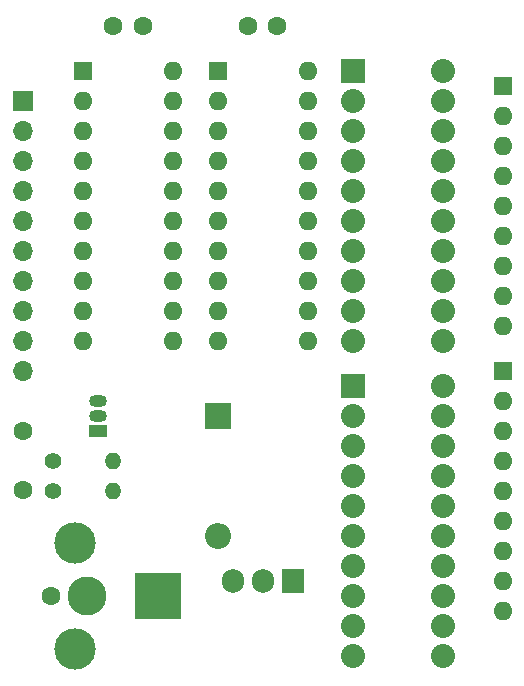
<source format=gbr>
G04 #@! TF.GenerationSoftware,KiCad,Pcbnew,(5.1.5-0-10_14)*
G04 #@! TF.CreationDate,2021-01-23T17:47:52+01:00*
G04 #@! TF.ProjectId,C64LED-latched,4336344c-4544-42d6-9c61-74636865642e,rev?*
G04 #@! TF.SameCoordinates,Original*
G04 #@! TF.FileFunction,Soldermask,Top*
G04 #@! TF.FilePolarity,Negative*
%FSLAX46Y46*%
G04 Gerber Fmt 4.6, Leading zero omitted, Abs format (unit mm)*
G04 Created by KiCad (PCBNEW (5.1.5-0-10_14)) date 2021-01-23 17:47:52*
%MOMM*%
%LPD*%
G04 APERTURE LIST*
%ADD10C,2.032000*%
%ADD11R,2.032000X2.032000*%
%ADD12O,1.600000X1.600000*%
%ADD13R,1.600000X1.600000*%
%ADD14O,1.700000X1.700000*%
%ADD15R,1.700000X1.700000*%
%ADD16O,2.200000X2.200000*%
%ADD17R,2.200000X2.200000*%
%ADD18C,1.600000*%
%ADD19C,3.500000*%
%ADD20C,3.300000*%
%ADD21R,4.000000X4.000000*%
%ADD22O,1.905000X2.000000*%
%ADD23R,1.905000X2.000000*%
%ADD24O,1.400000X1.400000*%
%ADD25C,1.400000*%
%ADD26R,1.500000X1.050000*%
%ADD27O,1.500000X1.050000*%
G04 APERTURE END LIST*
D10*
X104140000Y-43180000D03*
X104140000Y-45720000D03*
X104140000Y-48260000D03*
X104140000Y-50800000D03*
X96520000Y-63500000D03*
X96520000Y-66040000D03*
X104140000Y-66040000D03*
X104140000Y-63500000D03*
X96520000Y-60960000D03*
X96520000Y-58420000D03*
X96520000Y-55880000D03*
X96520000Y-53340000D03*
X104140000Y-53340000D03*
X104140000Y-55880000D03*
X104140000Y-58420000D03*
X104140000Y-60960000D03*
X96520000Y-50800000D03*
X96520000Y-48260000D03*
X96520000Y-45720000D03*
D11*
X96520000Y-43180000D03*
D12*
X81280000Y-43180000D03*
X73660000Y-66040000D03*
X81280000Y-45720000D03*
X73660000Y-63500000D03*
X81280000Y-48260000D03*
X73660000Y-60960000D03*
X81280000Y-50800000D03*
X73660000Y-58420000D03*
X81280000Y-53340000D03*
X73660000Y-55880000D03*
X81280000Y-55880000D03*
X73660000Y-53340000D03*
X81280000Y-58420000D03*
X73660000Y-50800000D03*
X81280000Y-60960000D03*
X73660000Y-48260000D03*
X81280000Y-63500000D03*
X73660000Y-45720000D03*
X81280000Y-66040000D03*
D13*
X73660000Y-43180000D03*
D12*
X92710000Y-43180000D03*
X85090000Y-66040000D03*
X92710000Y-45720000D03*
X85090000Y-63500000D03*
X92710000Y-48260000D03*
X85090000Y-60960000D03*
X92710000Y-50800000D03*
X85090000Y-58420000D03*
X92710000Y-53340000D03*
X85090000Y-55880000D03*
X92710000Y-55880000D03*
X85090000Y-53340000D03*
X92710000Y-58420000D03*
X85090000Y-50800000D03*
X92710000Y-60960000D03*
X85090000Y-48260000D03*
X92710000Y-63500000D03*
X85090000Y-45720000D03*
X92710000Y-66040000D03*
D13*
X85090000Y-43180000D03*
D14*
X68580000Y-68580000D03*
X68580000Y-66040000D03*
X68580000Y-63500000D03*
X68580000Y-60960000D03*
X68580000Y-58420000D03*
X68580000Y-55880000D03*
X68580000Y-53340000D03*
X68580000Y-50800000D03*
X68580000Y-48260000D03*
D15*
X68580000Y-45720000D03*
D16*
X85090000Y-82550000D03*
D17*
X85090000Y-72390000D03*
D12*
X109220000Y-64770000D03*
X109220000Y-62230000D03*
X109220000Y-59690000D03*
X109220000Y-57150000D03*
X109220000Y-54610000D03*
X109220000Y-52070000D03*
X109220000Y-49530000D03*
X109220000Y-46990000D03*
D13*
X109220000Y-44450000D03*
D18*
X71010000Y-87630000D03*
D19*
X73010000Y-92130000D03*
X73010000Y-83130000D03*
D20*
X74010000Y-87630000D03*
D21*
X80010000Y-87630000D03*
D22*
X86360000Y-86360000D03*
X88900000Y-86360000D03*
D23*
X91440000Y-86360000D03*
D12*
X109220000Y-88900000D03*
X109220000Y-86360000D03*
X109220000Y-83820000D03*
X109220000Y-81280000D03*
X109220000Y-78740000D03*
X109220000Y-76200000D03*
X109220000Y-73660000D03*
X109220000Y-71120000D03*
D13*
X109220000Y-68580000D03*
D24*
X76200000Y-76200000D03*
D25*
X71120000Y-76200000D03*
D24*
X76200000Y-78740000D03*
D25*
X71120000Y-78740000D03*
D26*
X74930000Y-73660000D03*
D27*
X74930000Y-71120000D03*
X74930000Y-72390000D03*
D18*
X76240000Y-39370000D03*
X78740000Y-39370000D03*
X87630000Y-39370000D03*
X90130000Y-39370000D03*
X68580000Y-73660000D03*
X68580000Y-78660000D03*
D10*
X104140000Y-69850000D03*
X104140000Y-72390000D03*
X104140000Y-74930000D03*
X104140000Y-77470000D03*
X96520000Y-90170000D03*
X96520000Y-92710000D03*
X104140000Y-92710000D03*
X104140000Y-90170000D03*
X96520000Y-87630000D03*
X96520000Y-85090000D03*
X96520000Y-82550000D03*
X96520000Y-80010000D03*
X104140000Y-80010000D03*
X104140000Y-82550000D03*
X104140000Y-85090000D03*
X104140000Y-87630000D03*
X96520000Y-77470000D03*
X96520000Y-74930000D03*
X96520000Y-72390000D03*
D11*
X96520000Y-69850000D03*
M02*

</source>
